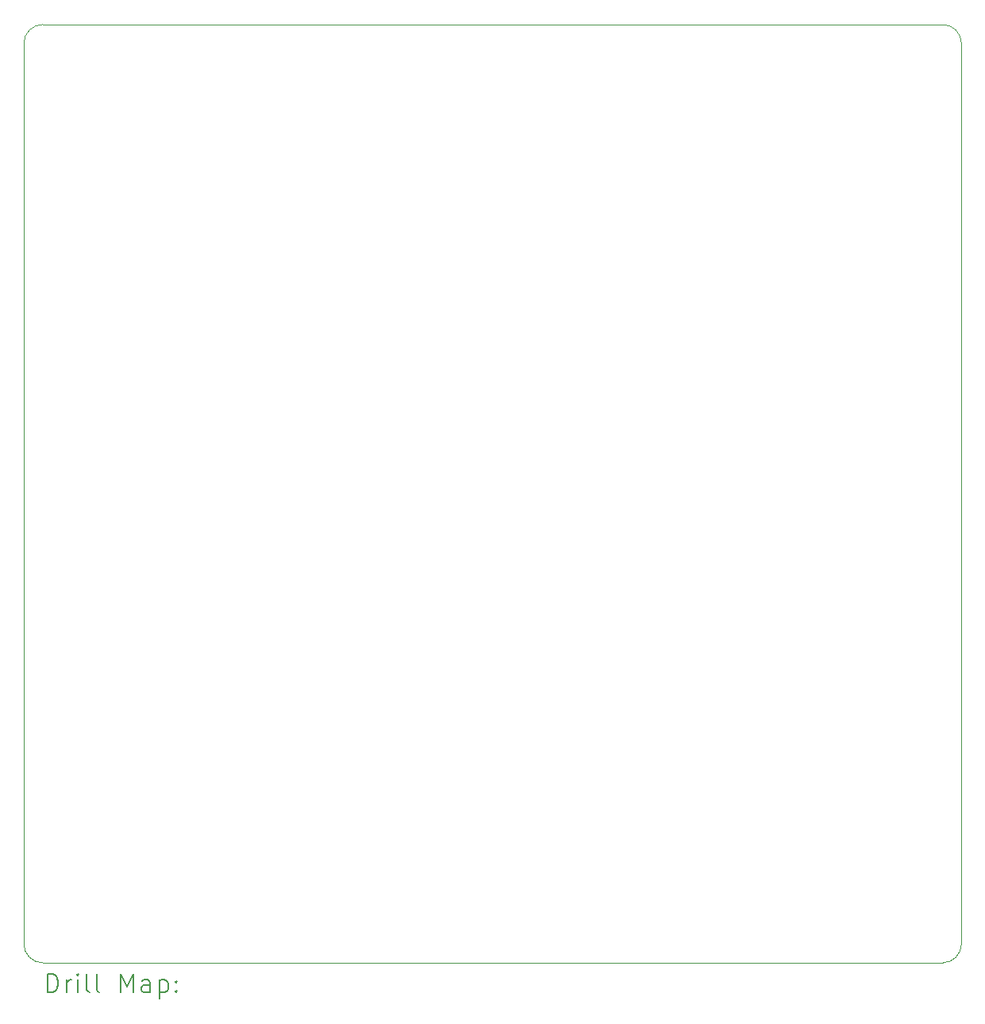
<source format=gbr>
%FSLAX45Y45*%
G04 Gerber Fmt 4.5, Leading zero omitted, Abs format (unit mm)*
G04 Created by KiCad (PCBNEW (6.0.2)) date 2022-03-02 03:30:43*
%MOMM*%
%LPD*%
G01*
G04 APERTURE LIST*
%TA.AperFunction,Profile*%
%ADD10C,0.100000*%
%TD*%
%ADD11C,0.200000*%
G04 APERTURE END LIST*
D10*
X7112000Y-4318000D02*
X7164000Y-4318000D01*
X14064000Y-4518000D02*
X14064000Y-14118000D01*
X13864000Y-4318000D02*
X7164000Y-4318000D01*
X4064000Y-4518000D02*
X4064000Y-14118000D01*
X4264000Y-4318000D02*
G75*
G03*
X4064000Y-4518000I0J-200000D01*
G01*
X14064000Y-4518000D02*
G75*
G03*
X13864000Y-4318000I-200000J0D01*
G01*
X13864000Y-14318000D02*
G75*
G03*
X14064000Y-14118000I0J200000D01*
G01*
X7112000Y-4318000D02*
X4264000Y-4318000D01*
X13864000Y-14318000D02*
X4264000Y-14318000D01*
X4064000Y-14118000D02*
G75*
G03*
X4264000Y-14318000I200000J0D01*
G01*
D11*
X4316619Y-14633476D02*
X4316619Y-14433476D01*
X4364238Y-14433476D01*
X4392810Y-14443000D01*
X4411857Y-14462048D01*
X4421381Y-14481095D01*
X4430905Y-14519190D01*
X4430905Y-14547762D01*
X4421381Y-14585857D01*
X4411857Y-14604905D01*
X4392810Y-14623952D01*
X4364238Y-14633476D01*
X4316619Y-14633476D01*
X4516619Y-14633476D02*
X4516619Y-14500143D01*
X4516619Y-14538238D02*
X4526143Y-14519190D01*
X4535667Y-14509667D01*
X4554714Y-14500143D01*
X4573762Y-14500143D01*
X4640429Y-14633476D02*
X4640429Y-14500143D01*
X4640429Y-14433476D02*
X4630905Y-14443000D01*
X4640429Y-14452524D01*
X4649952Y-14443000D01*
X4640429Y-14433476D01*
X4640429Y-14452524D01*
X4764238Y-14633476D02*
X4745190Y-14623952D01*
X4735667Y-14604905D01*
X4735667Y-14433476D01*
X4869000Y-14633476D02*
X4849952Y-14623952D01*
X4840429Y-14604905D01*
X4840429Y-14433476D01*
X5097571Y-14633476D02*
X5097571Y-14433476D01*
X5164238Y-14576333D01*
X5230905Y-14433476D01*
X5230905Y-14633476D01*
X5411857Y-14633476D02*
X5411857Y-14528714D01*
X5402333Y-14509667D01*
X5383286Y-14500143D01*
X5345190Y-14500143D01*
X5326143Y-14509667D01*
X5411857Y-14623952D02*
X5392810Y-14633476D01*
X5345190Y-14633476D01*
X5326143Y-14623952D01*
X5316619Y-14604905D01*
X5316619Y-14585857D01*
X5326143Y-14566809D01*
X5345190Y-14557286D01*
X5392810Y-14557286D01*
X5411857Y-14547762D01*
X5507095Y-14500143D02*
X5507095Y-14700143D01*
X5507095Y-14509667D02*
X5526143Y-14500143D01*
X5564238Y-14500143D01*
X5583286Y-14509667D01*
X5592809Y-14519190D01*
X5602333Y-14538238D01*
X5602333Y-14595381D01*
X5592809Y-14614428D01*
X5583286Y-14623952D01*
X5564238Y-14633476D01*
X5526143Y-14633476D01*
X5507095Y-14623952D01*
X5688048Y-14614428D02*
X5697571Y-14623952D01*
X5688048Y-14633476D01*
X5678524Y-14623952D01*
X5688048Y-14614428D01*
X5688048Y-14633476D01*
X5688048Y-14509667D02*
X5697571Y-14519190D01*
X5688048Y-14528714D01*
X5678524Y-14519190D01*
X5688048Y-14509667D01*
X5688048Y-14528714D01*
M02*

</source>
